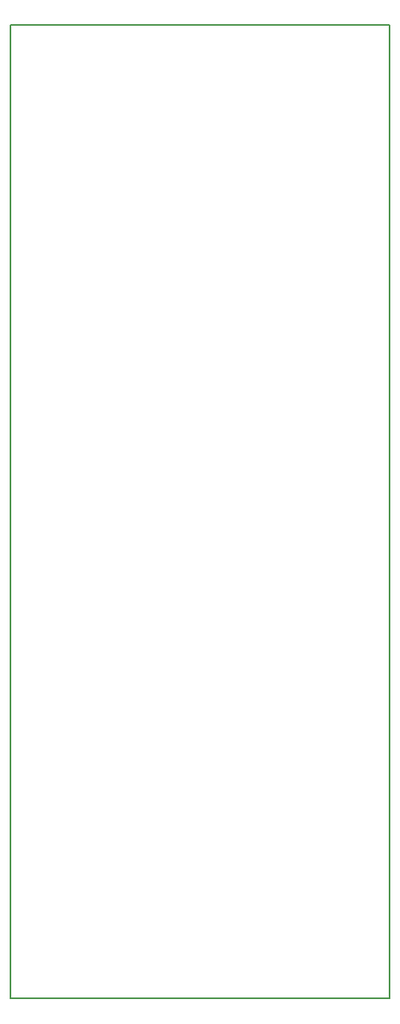
<source format=gbr>
%TF.GenerationSoftware,KiCad,Pcbnew,(6.0.0)*%
%TF.CreationDate,2022-11-14T01:28:24+01:00*%
%TF.ProjectId,Apeks,4170656b-732e-46b6-9963-61645f706362,rev?*%
%TF.SameCoordinates,Original*%
%TF.FileFunction,Profile,NP*%
%FSLAX46Y46*%
G04 Gerber Fmt 4.6, Leading zero omitted, Abs format (unit mm)*
G04 Created by KiCad (PCBNEW (6.0.0)) date 2022-11-14 01:28:24*
%MOMM*%
%LPD*%
G01*
G04 APERTURE LIST*
%TA.AperFunction,Profile*%
%ADD10C,0.200000*%
%TD*%
G04 APERTURE END LIST*
D10*
X20000000Y-33500000D02*
X20000000Y-136000000D01*
X20000000Y-136000000D02*
X60000000Y-136000000D01*
X60000000Y-136000000D02*
X60000000Y-33500000D01*
X60000000Y-33500000D02*
X20000000Y-33500000D01*
M02*

</source>
